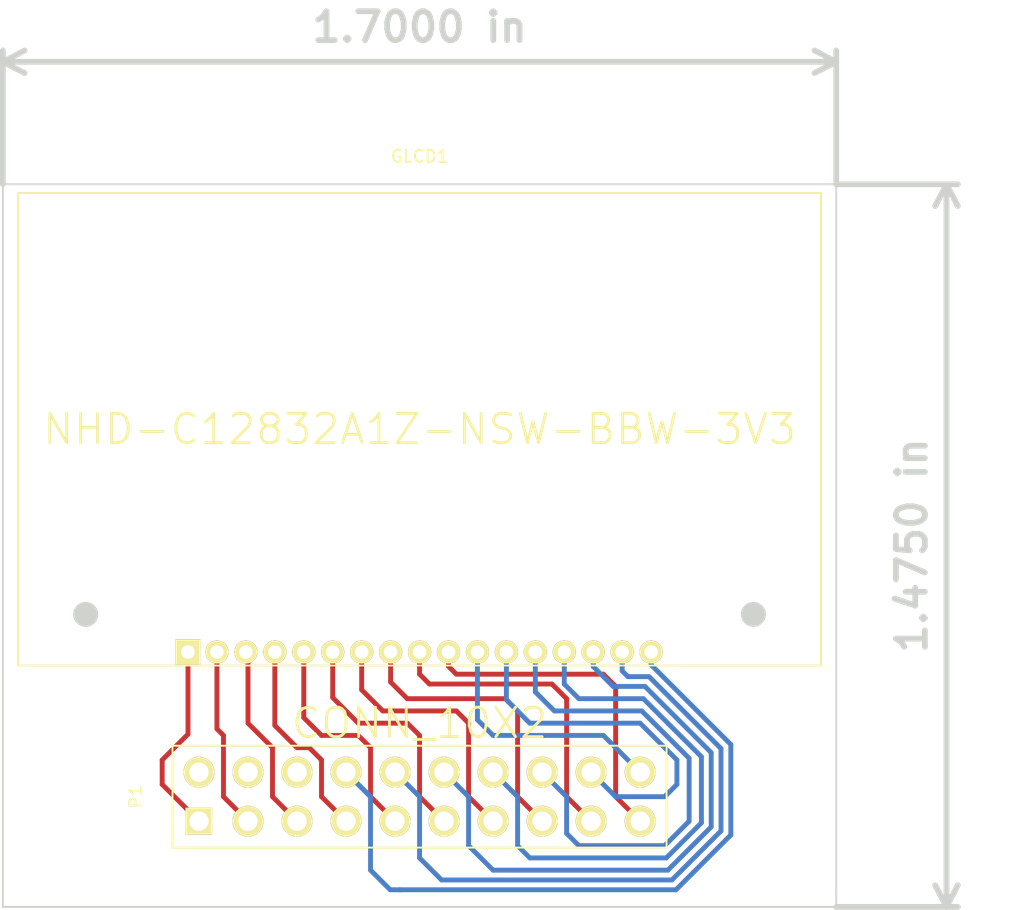
<source format=kicad_pcb>
(kicad_pcb (version 3) (host pcbnew "(2013-07-07 BZR 4022)-stable")

  (general
    (links 17)
    (no_connects 0)
    (area 0 0 0 0)
    (thickness 1.6)
    (drawings 7)
    (tracks 118)
    (zones 0)
    (modules 2)
    (nets 20)
  )

  (page A3)
  (layers
    (15 F.Cu signal)
    (0 B.Cu signal)
    (17 F.Adhes user)
    (19 F.Paste user)
    (21 F.SilkS user)
    (23 F.Mask user)
    (28 Edge.Cuts user)
  )

  (setup
    (last_trace_width 0.254)
    (trace_clearance 0.254)
    (zone_clearance 0.508)
    (zone_45_only no)
    (trace_min 0.254)
    (segment_width 0.2)
    (edge_width 0.1)
    (via_size 0.889)
    (via_drill 0.635)
    (via_min_size 0.889)
    (via_min_drill 0.508)
    (uvia_size 0.508)
    (uvia_drill 0.127)
    (uvias_allowed no)
    (uvia_min_size 0.508)
    (uvia_min_drill 0.127)
    (pcb_text_width 0.3)
    (pcb_text_size 1.5 1.5)
    (mod_edge_width 0.15)
    (mod_text_size 1 1)
    (mod_text_width 0.15)
    (pad_size 1.5 1.5)
    (pad_drill 0.6)
    (pad_to_mask_clearance 0)
    (aux_axis_origin 0 0)
    (visible_elements FFFFFFBF)
    (pcbplotparams
      (layerselection 3178497)
      (usegerberextensions true)
      (excludeedgelayer true)
      (linewidth 0.150000)
      (plotframeref false)
      (viasonmask false)
      (mode 1)
      (useauxorigin false)
      (hpglpennumber 1)
      (hpglpenspeed 20)
      (hpglpendiameter 15)
      (hpglpenoverlay 2)
      (psnegative false)
      (psa4output false)
      (plotreference true)
      (plotvalue true)
      (plotothertext true)
      (plotinvisibletext false)
      (padsonsilk false)
      (subtractmaskfromsilk false)
      (outputformat 1)
      (mirror false)
      (drillshape 1)
      (scaleselection 1)
      (outputdirectory ""))
  )

  (net 0 "")
  (net 1 N-000001)
  (net 2 N-0000010)
  (net 3 N-0000011)
  (net 4 N-0000012)
  (net 5 N-0000013)
  (net 6 N-0000014)
  (net 7 N-0000015)
  (net 8 N-0000017)
  (net 9 N-0000018)
  (net 10 N-0000019)
  (net 11 N-000002)
  (net 12 N-0000020)
  (net 13 N-000003)
  (net 14 N-000004)
  (net 15 N-000005)
  (net 16 N-000006)
  (net 17 N-000007)
  (net 18 N-000008)
  (net 19 N-000009)

  (net_class Default "This is the default net class."
    (clearance 0.254)
    (trace_width 0.254)
    (via_dia 0.889)
    (via_drill 0.635)
    (uvia_dia 0.508)
    (uvia_drill 0.127)
    (add_net "")
    (add_net N-000001)
    (add_net N-0000010)
    (add_net N-0000011)
    (add_net N-0000012)
    (add_net N-0000013)
    (add_net N-0000014)
    (add_net N-0000015)
    (add_net N-0000017)
    (add_net N-0000018)
    (add_net N-0000019)
    (add_net N-000002)
    (add_net N-0000020)
    (add_net N-000003)
    (add_net N-000004)
    (add_net N-000005)
    (add_net N-000006)
    (add_net N-000007)
    (add_net N-000008)
    (add_net N-000009)
  )

  (module NHD-C12832A1Z-NSW-BBW-3V3 (layer F.Cu) (tedit 54472562) (tstamp 54F8B433)
    (at 199.39 95.25)
    (descr GLCD)
    (path /54F8A940)
    (fp_text reference GLCD1 (at 0 -14.15) (layer F.SilkS)
      (effects (font (size 0.625 0.625) (thickness 0.1)))
    )
    (fp_text value NHD-C12832A1Z-NSW-BBW-3V3 (at 0 0) (layer F.SilkS)
      (effects (font (size 1.524 1.524) (thickness 0.15)))
    )
    (fp_line (start -20.7 12.15) (end 20.7 12.15) (layer Dwgs.User) (width 0.1))
    (fp_line (start 20.7 12.15) (end 20.7 -12.15) (layer Dwgs.User) (width 0.1))
    (fp_line (start 20.7 -12.15) (end -20.7 -12.15) (layer Dwgs.User) (width 0.1))
    (fp_line (start -20.7 -12.15) (end -20.7 12.15) (layer Dwgs.User) (width 0.1))
    (fp_line (start -20.8 12.25) (end 20.8 12.25) (layer F.SilkS) (width 0.1))
    (fp_line (start 20.8 12.25) (end 20.8 -12.25) (layer F.SilkS) (width 0.1))
    (fp_line (start 20.8 -12.25) (end -20.8 -12.25) (layer F.SilkS) (width 0.1))
    (fp_line (start -20.8 -12.25) (end -20.8 12.25) (layer F.SilkS) (width 0.1))
    (fp_circle (center -17.3 9.6) (end -16.840381 10.059619) (layer Edge.Cuts))
    (fp_circle (center 17.3 9.6) (end 17.759619 10.059619) (layer Edge.Cuts))
    (pad 1 thru_hole rect (at -12 11.55) (size 1.3 1.3) (drill 0.7)
      (layers *.Cu *.Mask F.SilkS)
      (net 12 N-0000020)
    )
    (pad 2 thru_hole circle (at -10.5 11.55) (size 1.2 1.2) (drill 0.7)
      (layers *.Cu *.Mask F.SilkS)
      (net 10 N-0000019)
    )
    (pad 3 thru_hole circle (at -9 11.55) (size 1.2 1.2) (drill 0.7)
      (layers *.Cu *.Mask F.SilkS)
      (net 9 N-0000018)
    )
    (pad 4 thru_hole circle (at -7.5 11.55) (size 1.2 1.2) (drill 0.7)
      (layers *.Cu *.Mask F.SilkS)
      (net 8 N-0000017)
    )
    (pad 5 thru_hole circle (at -6 11.55) (size 1.2 1.2) (drill 0.7)
      (layers *.Cu *.Mask F.SilkS)
      (net 18 N-000008)
    )
    (pad 6 thru_hole circle (at -4.5 11.55) (size 1.2 1.2) (drill 0.7)
      (layers *.Cu *.Mask F.SilkS)
      (net 17 N-000007)
    )
    (pad 7 thru_hole circle (at -3 11.55) (size 1.2 1.2) (drill 0.7)
      (layers *.Cu *.Mask F.SilkS)
      (net 16 N-000006)
    )
    (pad 8 thru_hole circle (at -1.5 11.55) (size 1.2 1.2) (drill 0.7)
      (layers *.Cu *.Mask F.SilkS)
      (net 15 N-000005)
    )
    (pad 9 thru_hole circle (at 0 11.55) (size 1.2 1.2) (drill 0.7)
      (layers *.Cu *.Mask F.SilkS)
      (net 19 N-000009)
    )
    (pad 10 thru_hole circle (at 1.5 11.55) (size 1.2 1.2) (drill 0.7)
      (layers *.Cu *.Mask F.SilkS)
      (net 14 N-000004)
    )
    (pad 11 thru_hole circle (at 3 11.55) (size 1.2 1.2) (drill 0.7)
      (layers *.Cu *.Mask F.SilkS)
      (net 13 N-000003)
    )
    (pad 12 thru_hole circle (at 4.5 11.55) (size 1.2 1.2) (drill 0.7)
      (layers *.Cu *.Mask F.SilkS)
      (net 11 N-000002)
    )
    (pad 13 thru_hole circle (at 6 11.55) (size 1.2 1.2) (drill 0.7)
      (layers *.Cu *.Mask F.SilkS)
      (net 1 N-000001)
    )
    (pad 14 thru_hole circle (at 7.5 11.55) (size 1.2 1.2) (drill 0.7)
      (layers *.Cu *.Mask F.SilkS)
      (net 7 N-0000015)
    )
    (pad 15 thru_hole circle (at 9 11.55) (size 1.2 1.2) (drill 0.7)
      (layers *.Cu *.Mask F.SilkS)
      (net 6 N-0000014)
    )
    (pad 16 thru_hole circle (at 10.5 11.55) (size 1.2 1.2) (drill 0.7)
      (layers *.Cu *.Mask F.SilkS)
      (net 5 N-0000013)
    )
    (pad 17 thru_hole circle (at 12 11.55) (size 1.2 1.2) (drill 0.7)
      (layers *.Cu *.Mask F.SilkS)
      (net 4 N-0000012)
    )
  )

  (module 2x10_Headers (layer F.Cu) (tedit 54F8B438) (tstamp 54F8B453)
    (at 199.39 114.3 90)
    (descr "2 column, 10 rows of 0.1 headers")
    (path /54F8A98D)
    (fp_text reference P1 (at 0 -14.7 90) (layer F.SilkS)
      (effects (font (size 0.625 0.625) (thickness 0.1)))
    )
    (fp_text value CONN_10X2 (at 3.81 0 180) (layer F.SilkS)
      (effects (font (size 1.524 1.524) (thickness 0.15)))
    )
    (fp_line (start -2.54 12.7) (end 2.54 12.7) (layer Dwgs.User) (width 0.1))
    (fp_line (start 2.54 12.7) (end 2.54 -12.7) (layer Dwgs.User) (width 0.1))
    (fp_line (start 2.54 -12.7) (end -2.54 -12.7) (layer Dwgs.User) (width 0.1))
    (fp_line (start -2.54 -12.7) (end -2.54 12.7) (layer Dwgs.User) (width 0.1))
    (fp_line (start -2.64 12.8) (end 2.64 12.8) (layer F.SilkS) (width 0.1))
    (fp_line (start 2.64 12.8) (end 2.64 -12.8) (layer F.SilkS) (width 0.1))
    (fp_line (start 2.64 -12.8) (end -2.64 -12.8) (layer F.SilkS) (width 0.1))
    (fp_line (start -2.64 -12.8) (end -2.64 12.8) (layer F.SilkS) (width 0.1))
    (pad 1 thru_hole rect (at -1.27 -11.43 90) (size 1.4 1.4) (drill 1)
      (layers *.Cu *.Mask F.SilkS)
      (net 12 N-0000020)
    )
    (pad 2 thru_hole circle (at -1.27 -8.89 90) (size 1.6 1.6) (drill 1)
      (layers *.Cu *.Mask F.SilkS)
      (net 10 N-0000019)
    )
    (pad 3 thru_hole circle (at -1.27 -6.35 90) (size 1.6 1.6) (drill 1)
      (layers *.Cu *.Mask F.SilkS)
      (net 9 N-0000018)
    )
    (pad 4 thru_hole circle (at -1.27 -3.81 90) (size 1.6 1.6) (drill 1)
      (layers *.Cu *.Mask F.SilkS)
      (net 8 N-0000017)
    )
    (pad 5 thru_hole circle (at -1.27 -1.27 90) (size 1.6 1.6) (drill 1)
      (layers *.Cu *.Mask F.SilkS)
      (net 18 N-000008)
    )
    (pad 6 thru_hole circle (at -1.27 1.27 90) (size 1.6 1.6) (drill 1)
      (layers *.Cu *.Mask F.SilkS)
      (net 17 N-000007)
    )
    (pad 7 thru_hole circle (at -1.27 3.81 90) (size 1.6 1.6) (drill 1)
      (layers *.Cu *.Mask F.SilkS)
      (net 16 N-000006)
    )
    (pad 8 thru_hole circle (at -1.27 6.35 90) (size 1.6 1.6) (drill 1)
      (layers *.Cu *.Mask F.SilkS)
      (net 15 N-000005)
    )
    (pad 9 thru_hole circle (at -1.27 8.89 90) (size 1.6 1.6) (drill 1)
      (layers *.Cu *.Mask F.SilkS)
      (net 19 N-000009)
    )
    (pad 10 thru_hole circle (at -1.27 11.43 90) (size 1.6 1.6) (drill 1)
      (layers *.Cu *.Mask F.SilkS)
      (net 14 N-000004)
    )
    (pad 11 thru_hole circle (at 1.27 11.43 90) (size 1.6 1.6) (drill 1)
      (layers *.Cu *.Mask F.SilkS)
      (net 13 N-000003)
    )
    (pad 12 thru_hole circle (at 1.27 8.89 90) (size 1.6 1.6) (drill 1)
      (layers *.Cu *.Mask F.SilkS)
      (net 11 N-000002)
    )
    (pad 13 thru_hole circle (at 1.27 6.35 90) (size 1.6 1.6) (drill 1)
      (layers *.Cu *.Mask F.SilkS)
      (net 1 N-000001)
    )
    (pad 14 thru_hole circle (at 1.27 3.81 90) (size 1.6 1.6) (drill 1)
      (layers *.Cu *.Mask F.SilkS)
      (net 7 N-0000015)
    )
    (pad 15 thru_hole circle (at 1.27 1.27 90) (size 1.6 1.6) (drill 1)
      (layers *.Cu *.Mask F.SilkS)
      (net 6 N-0000014)
    )
    (pad 16 thru_hole circle (at 1.27 -1.27 90) (size 1.6 1.6) (drill 1)
      (layers *.Cu *.Mask F.SilkS)
      (net 5 N-0000013)
    )
    (pad 17 thru_hole circle (at 1.27 -3.81 90) (size 1.6 1.6) (drill 1)
      (layers *.Cu *.Mask F.SilkS)
      (net 4 N-0000012)
    )
    (pad 18 thru_hole circle (at 1.27 -6.35 90) (size 1.6 1.6) (drill 1)
      (layers *.Cu *.Mask F.SilkS)
      (net 3 N-0000011)
    )
    (pad 19 thru_hole circle (at 1.27 -8.89 90) (size 1.6 1.6) (drill 1)
      (layers *.Cu *.Mask F.SilkS)
      (net 2 N-0000010)
    )
    (pad 20 thru_hole circle (at 1.27 -11.43 90) (size 1.6 1.6) (drill 1)
      (layers *.Cu *.Mask F.SilkS)
    )
  )

  (dimension 43.18 (width 0.3) (layer Edge.Cuts)
    (gr_text "43.180 mm" (at 199.39 74.85) (layer Edge.Cuts)
      (effects (font (size 1.5 1.5) (thickness 0.3)))
    )
    (feature1 (pts (xy 177.8 82.55) (xy 177.8 73.5)))
    (feature2 (pts (xy 220.98 82.55) (xy 220.98 73.5)))
    (crossbar (pts (xy 220.98 76.2) (xy 177.8 76.2)))
    (arrow1a (pts (xy 177.8 76.2) (xy 178.926503 75.61358)))
    (arrow1b (pts (xy 177.8 76.2) (xy 178.926503 76.78642)))
    (arrow2a (pts (xy 220.98 76.2) (xy 219.853497 75.61358)))
    (arrow2b (pts (xy 220.98 76.2) (xy 219.853497 76.78642)))
  )
  (dimension 37.465 (width 0.3) (layer Edge.Cuts)
    (gr_text "37.465 mm" (at 228.045 101.2825 90) (layer Edge.Cuts)
      (effects (font (size 1.5 1.5) (thickness 0.3)))
    )
    (feature1 (pts (xy 220.98 82.55) (xy 229.395 82.55)))
    (feature2 (pts (xy 220.98 120.015) (xy 229.395 120.015)))
    (crossbar (pts (xy 226.695 120.015) (xy 226.695 82.55)))
    (arrow1a (pts (xy 226.695 82.55) (xy 227.28142 83.676503)))
    (arrow1b (pts (xy 226.695 82.55) (xy 226.10858 83.676503)))
    (arrow2a (pts (xy 226.695 120.015) (xy 227.28142 118.888497)))
    (arrow2b (pts (xy 226.695 120.015) (xy 226.10858 118.888497)))
  )
  (gr_line (start 220.98 120.015) (end 220.98 119.38) (angle 90) (layer Edge.Cuts) (width 0.1))
  (gr_line (start 177.8 120.015) (end 220.98 120.015) (angle 90) (layer Edge.Cuts) (width 0.1))
  (gr_line (start 177.8 82.55) (end 177.8 120.015) (angle 90) (layer Edge.Cuts) (width 0.1))
  (gr_line (start 220.98 82.55) (end 177.8 82.55) (angle 90) (layer Edge.Cuts) (width 0.1))
  (gr_line (start 220.98 119.38) (end 220.98 82.55) (angle 90) (layer Edge.Cuts) (width 0.1))

  (segment (start 205.39 106.8) (end 205.39 108.87) (width 0.254) (layer B.Cu) (net 1))
  (segment (start 207.01 114.3) (end 205.74 113.03) (width 0.254) (layer B.Cu) (net 1) (tstamp 54F8B506))
  (segment (start 207.01 116.205) (end 207.01 114.3) (width 0.254) (layer B.Cu) (net 1) (tstamp 54F8B505))
  (segment (start 207.645 116.84) (end 207.01 116.205) (width 0.254) (layer B.Cu) (net 1) (tstamp 54F8B504))
  (segment (start 212.09 116.84) (end 207.645 116.84) (width 0.254) (layer B.Cu) (net 1) (tstamp 54F8B502))
  (segment (start 213.36 115.57) (end 212.09 116.84) (width 0.254) (layer B.Cu) (net 1) (tstamp 54F8B500))
  (segment (start 213.36 112.311576) (end 213.36 115.57) (width 0.254) (layer B.Cu) (net 1) (tstamp 54F8B4FE))
  (segment (start 210.903424 109.855) (end 213.36 112.311576) (width 0.254) (layer B.Cu) (net 1) (tstamp 54F8B4FC))
  (segment (start 206.375 109.855) (end 210.903424 109.855) (width 0.254) (layer B.Cu) (net 1) (tstamp 54F8B4FB))
  (segment (start 205.39 108.87) (end 206.375 109.855) (width 0.254) (layer B.Cu) (net 1) (tstamp 54F8B4FA))
  (segment (start 198.374 119.126) (end 197.866 119.126) (width 0.254) (layer B.Cu) (net 4))
  (segment (start 196.85 118.11) (end 196.85 114.3) (width 0.254) (layer B.Cu) (net 4) (tstamp 54F8B54E))
  (segment (start 197.866 119.126) (end 196.85 118.11) (width 0.254) (layer B.Cu) (net 4) (tstamp 54F8B54D))
  (segment (start 196.85 114.3) (end 195.58 113.03) (width 0.254) (layer B.Cu) (net 4) (tstamp 54F8B550))
  (segment (start 211.39 106.8) (end 211.39 107.46788) (width 0.254) (layer B.Cu) (net 4))
  (segment (start 196.85 114.3) (end 195.58 113.03) (width 0.254) (layer B.Cu) (net 4) (tstamp 54F8B547))
  (segment (start 198.374004 119.126004) (end 198.374 119.126) (width 0.254) (layer B.Cu) (net 4) (tstamp 54F8B543))
  (segment (start 212.677692 119.126004) (end 198.374004 119.126004) (width 0.254) (layer B.Cu) (net 4) (tstamp 54F8B541))
  (segment (start 215.519006 116.28469) (end 212.677692 119.126004) (width 0.254) (layer B.Cu) (net 4) (tstamp 54F8B53F))
  (segment (start 215.519006 111.596886) (end 215.519006 116.28469) (width 0.254) (layer B.Cu) (net 4) (tstamp 54F8B53D))
  (segment (start 211.39 107.46788) (end 215.519006 111.596886) (width 0.254) (layer B.Cu) (net 4) (tstamp 54F8B53C))
  (segment (start 209.89 106.8) (end 209.89 107.781998) (width 0.254) (layer B.Cu) (net 5))
  (segment (start 199.39 114.3) (end 198.12 113.03) (width 0.254) (layer B.Cu) (net 5) (tstamp 54F8B538))
  (segment (start 199.39 117.475) (end 199.39 114.3) (width 0.254) (layer B.Cu) (net 5) (tstamp 54F8B536))
  (segment (start 200.533002 118.618002) (end 199.39 117.475) (width 0.254) (layer B.Cu) (net 5) (tstamp 54F8B534))
  (segment (start 212.46727 118.618002) (end 200.533002 118.618002) (width 0.254) (layer B.Cu) (net 5) (tstamp 54F8B532))
  (segment (start 215.011004 116.074268) (end 212.46727 118.618002) (width 0.254) (layer B.Cu) (net 5) (tstamp 54F8B530))
  (segment (start 215.011004 111.807308) (end 215.011004 116.074268) (width 0.254) (layer B.Cu) (net 5) (tstamp 54F8B52E))
  (segment (start 211.280694 108.076998) (end 215.011004 111.807308) (width 0.254) (layer B.Cu) (net 5) (tstamp 54F8B52D))
  (segment (start 210.185 108.076998) (end 211.280694 108.076998) (width 0.254) (layer B.Cu) (net 5) (tstamp 54F8B52C))
  (segment (start 209.89 107.781998) (end 210.185 108.076998) (width 0.254) (layer B.Cu) (net 5) (tstamp 54F8B52B))
  (segment (start 208.39 106.8) (end 208.39 107.551998) (width 0.254) (layer B.Cu) (net 6))
  (segment (start 201.93 114.3) (end 200.66 113.03) (width 0.254) (layer B.Cu) (net 6) (tstamp 54F8B527))
  (segment (start 201.93 116.84) (end 201.93 114.3) (width 0.254) (layer B.Cu) (net 6) (tstamp 54F8B525))
  (segment (start 203.2 118.11) (end 201.93 116.84) (width 0.254) (layer B.Cu) (net 6) (tstamp 54F8B523))
  (segment (start 212.256848 118.11) (end 203.2 118.11) (width 0.254) (layer B.Cu) (net 6) (tstamp 54F8B521))
  (segment (start 214.503002 115.863846) (end 212.256848 118.11) (width 0.254) (layer B.Cu) (net 6) (tstamp 54F8B520))
  (segment (start 214.503002 112.01773) (end 214.503002 115.863846) (width 0.254) (layer B.Cu) (net 6) (tstamp 54F8B51F))
  (segment (start 211.070272 108.585) (end 214.503002 112.01773) (width 0.254) (layer B.Cu) (net 6) (tstamp 54F8B51D))
  (segment (start 209.423002 108.585) (end 211.070272 108.585) (width 0.254) (layer B.Cu) (net 6) (tstamp 54F8B51B))
  (segment (start 208.39 107.551998) (end 209.423002 108.585) (width 0.254) (layer B.Cu) (net 6) (tstamp 54F8B51A))
  (segment (start 206.89 106.8) (end 206.89 108.465) (width 0.254) (layer B.Cu) (net 7))
  (segment (start 204.47 114.3) (end 203.2 113.03) (width 0.254) (layer B.Cu) (net 7) (tstamp 54F8B516))
  (segment (start 204.47 116.84) (end 204.47 114.3) (width 0.254) (layer B.Cu) (net 7) (tstamp 54F8B515))
  (segment (start 205.105 117.475) (end 204.47 116.84) (width 0.254) (layer B.Cu) (net 7) (tstamp 54F8B514))
  (segment (start 212.173424 117.475) (end 205.105 117.475) (width 0.254) (layer B.Cu) (net 7) (tstamp 54F8B512))
  (segment (start 213.995 115.653424) (end 212.173424 117.475) (width 0.254) (layer B.Cu) (net 7) (tstamp 54F8B510))
  (segment (start 213.995 112.228152) (end 213.995 115.653424) (width 0.254) (layer B.Cu) (net 7) (tstamp 54F8B50E))
  (segment (start 210.986848 109.22) (end 213.995 112.228152) (width 0.254) (layer B.Cu) (net 7) (tstamp 54F8B50C))
  (segment (start 207.645 109.22) (end 210.986848 109.22) (width 0.254) (layer B.Cu) (net 7) (tstamp 54F8B50B))
  (segment (start 206.89 108.465) (end 207.645 109.22) (width 0.254) (layer B.Cu) (net 7) (tstamp 54F8B50A))
  (segment (start 191.89 106.8) (end 191.89 110.61) (width 0.254) (layer F.Cu) (net 8))
  (segment (start 194.31 114.3) (end 195.58 115.57) (width 0.254) (layer F.Cu) (net 8) (tstamp 54F8B59E))
  (segment (start 194.31 112.395) (end 194.31 114.3) (width 0.254) (layer F.Cu) (net 8) (tstamp 54F8B59D))
  (segment (start 193.675 111.76) (end 194.31 112.395) (width 0.254) (layer F.Cu) (net 8) (tstamp 54F8B59C))
  (segment (start 193.04 111.76) (end 193.675 111.76) (width 0.254) (layer F.Cu) (net 8) (tstamp 54F8B59B))
  (segment (start 191.89 110.61) (end 193.04 111.76) (width 0.254) (layer F.Cu) (net 8) (tstamp 54F8B599))
  (segment (start 190.39 106.8) (end 190.5 106.91) (width 0.254) (layer F.Cu) (net 9))
  (segment (start 191.77 114.3) (end 193.04 115.57) (width 0.254) (layer F.Cu) (net 9) (tstamp 54F8B5AA))
  (segment (start 191.77 111.76) (end 191.77 114.3) (width 0.254) (layer F.Cu) (net 9) (tstamp 54F8B5A8))
  (segment (start 190.5 110.49) (end 191.77 111.76) (width 0.254) (layer F.Cu) (net 9) (tstamp 54F8B5A6))
  (segment (start 190.5 106.91) (end 190.5 110.49) (width 0.254) (layer F.Cu) (net 9) (tstamp 54F8B5A5))
  (segment (start 188.89 106.8) (end 188.89 110.785) (width 0.254) (layer F.Cu) (net 10))
  (segment (start 189.23 114.3) (end 190.5 115.57) (width 0.254) (layer F.Cu) (net 10) (tstamp 54F8B5B0))
  (segment (start 189.23 111.125) (end 189.23 114.3) (width 0.254) (layer F.Cu) (net 10) (tstamp 54F8B5AF))
  (segment (start 188.89 110.785) (end 189.23 111.125) (width 0.254) (layer F.Cu) (net 10) (tstamp 54F8B5AE))
  (segment (start 203.89 106.8) (end 203.89 109.275) (width 0.254) (layer B.Cu) (net 11))
  (segment (start 209.55 114.3) (end 208.28 113.03) (width 0.254) (layer B.Cu) (net 11) (tstamp 54F8B4F6))
  (segment (start 212.09 114.3) (end 209.55 114.3) (width 0.254) (layer B.Cu) (net 11) (tstamp 54F8B4F5))
  (segment (start 212.725 113.665) (end 212.09 114.3) (width 0.254) (layer B.Cu) (net 11) (tstamp 54F8B4F4))
  (segment (start 212.725 112.395) (end 212.725 113.665) (width 0.254) (layer B.Cu) (net 11) (tstamp 54F8B4F2))
  (segment (start 210.82 110.49) (end 212.725 112.395) (width 0.254) (layer B.Cu) (net 11) (tstamp 54F8B4F0))
  (segment (start 205.105 110.49) (end 210.82 110.49) (width 0.254) (layer B.Cu) (net 11) (tstamp 54F8B4EE))
  (segment (start 203.89 109.275) (end 205.105 110.49) (width 0.254) (layer B.Cu) (net 11) (tstamp 54F8B4EC))
  (segment (start 187.39 106.8) (end 187.39 111.06) (width 0.254) (layer F.Cu) (net 12))
  (segment (start 186.055 113.665) (end 187.96 115.57) (width 0.254) (layer F.Cu) (net 12) (tstamp 54F8B5B6))
  (segment (start 186.055 112.395) (end 186.055 113.665) (width 0.254) (layer F.Cu) (net 12) (tstamp 54F8B5B5))
  (segment (start 187.39 111.06) (end 186.055 112.395) (width 0.254) (layer F.Cu) (net 12) (tstamp 54F8B5B4))
  (segment (start 202.39 106.8) (end 202.39 110.315) (width 0.254) (layer B.Cu) (net 13))
  (segment (start 208.915 111.125) (end 210.82 113.03) (width 0.254) (layer B.Cu) (net 13) (tstamp 54F8B4E8))
  (segment (start 203.2 111.125) (end 208.915 111.125) (width 0.254) (layer B.Cu) (net 13) (tstamp 54F8B4E7))
  (segment (start 202.39 110.315) (end 203.2 111.125) (width 0.254) (layer B.Cu) (net 13) (tstamp 54F8B4E6))
  (segment (start 200.89 106.8) (end 200.89 107.545) (width 0.254) (layer F.Cu) (net 14))
  (segment (start 209.55 114.3) (end 210.82 115.57) (width 0.254) (layer F.Cu) (net 14) (tstamp 54F8B55D))
  (segment (start 209.55 108.585) (end 209.55 114.3) (width 0.254) (layer F.Cu) (net 14) (tstamp 54F8B55C))
  (segment (start 208.915 107.95) (end 209.55 108.585) (width 0.254) (layer F.Cu) (net 14) (tstamp 54F8B55B))
  (segment (start 201.295 107.95) (end 208.915 107.95) (width 0.254) (layer F.Cu) (net 14) (tstamp 54F8B55A))
  (segment (start 200.89 107.545) (end 201.295 107.95) (width 0.254) (layer F.Cu) (net 14) (tstamp 54F8B559))
  (segment (start 197.89 106.8) (end 197.89 108.355) (width 0.254) (layer F.Cu) (net 15))
  (segment (start 204.47 114.3) (end 205.74 115.57) (width 0.254) (layer F.Cu) (net 15) (tstamp 54F8B56D))
  (segment (start 204.47 109.855) (end 204.47 114.3) (width 0.254) (layer F.Cu) (net 15) (tstamp 54F8B56C))
  (segment (start 203.835 109.22) (end 204.47 109.855) (width 0.254) (layer F.Cu) (net 15) (tstamp 54F8B56B))
  (segment (start 198.755 109.22) (end 203.835 109.22) (width 0.254) (layer F.Cu) (net 15) (tstamp 54F8B56A))
  (segment (start 197.89 108.355) (end 198.755 109.22) (width 0.254) (layer F.Cu) (net 15) (tstamp 54F8B569))
  (segment (start 196.39 106.8) (end 196.39 108.76) (width 0.254) (layer F.Cu) (net 16))
  (segment (start 201.93 114.3) (end 203.2 115.57) (width 0.254) (layer F.Cu) (net 16) (tstamp 54F8B577))
  (segment (start 201.93 110.49) (end 201.93 114.3) (width 0.254) (layer F.Cu) (net 16) (tstamp 54F8B576))
  (segment (start 201.295 109.855) (end 201.93 110.49) (width 0.254) (layer F.Cu) (net 16) (tstamp 54F8B575))
  (segment (start 197.485 109.855) (end 201.295 109.855) (width 0.254) (layer F.Cu) (net 16) (tstamp 54F8B573))
  (segment (start 196.39 108.76) (end 197.485 109.855) (width 0.254) (layer F.Cu) (net 16) (tstamp 54F8B571))
  (segment (start 194.89 106.8) (end 194.89 109.165) (width 0.254) (layer F.Cu) (net 17))
  (segment (start 199.39 114.3) (end 200.66 115.57) (width 0.254) (layer F.Cu) (net 17) (tstamp 54F8B58D))
  (segment (start 199.39 111.125) (end 199.39 114.3) (width 0.254) (layer F.Cu) (net 17) (tstamp 54F8B58C))
  (segment (start 198.755 110.49) (end 199.39 111.125) (width 0.254) (layer F.Cu) (net 17) (tstamp 54F8B58B))
  (segment (start 196.215 110.49) (end 198.755 110.49) (width 0.254) (layer F.Cu) (net 17) (tstamp 54F8B58A))
  (segment (start 194.89 109.165) (end 196.215 110.49) (width 0.254) (layer F.Cu) (net 17) (tstamp 54F8B589))
  (segment (start 193.39 106.8) (end 193.39 110.205) (width 0.254) (layer F.Cu) (net 18))
  (segment (start 196.85 114.3) (end 198.12 115.57) (width 0.254) (layer F.Cu) (net 18) (tstamp 54F8B595))
  (segment (start 196.85 111.76) (end 196.85 114.3) (width 0.254) (layer F.Cu) (net 18) (tstamp 54F8B594))
  (segment (start 196.215 111.125) (end 196.85 111.76) (width 0.254) (layer F.Cu) (net 18) (tstamp 54F8B593))
  (segment (start 194.31 111.125) (end 196.215 111.125) (width 0.254) (layer F.Cu) (net 18) (tstamp 54F8B592))
  (segment (start 193.39 110.205) (end 194.31 111.125) (width 0.254) (layer F.Cu) (net 18) (tstamp 54F8B591))
  (segment (start 199.39 106.8) (end 199.39 107.95) (width 0.254) (layer F.Cu) (net 19))
  (segment (start 207.01 114.3) (end 208.28 115.57) (width 0.254) (layer F.Cu) (net 19) (tstamp 54F8B565))
  (segment (start 207.01 109.22) (end 207.01 114.3) (width 0.254) (layer F.Cu) (net 19) (tstamp 54F8B564))
  (segment (start 206.248002 108.458002) (end 207.01 109.22) (width 0.254) (layer F.Cu) (net 19) (tstamp 54F8B563))
  (segment (start 199.898002 108.458002) (end 206.248002 108.458002) (width 0.254) (layer F.Cu) (net 19) (tstamp 54F8B562))
  (segment (start 199.39 107.95) (end 199.898002 108.458002) (width 0.254) (layer F.Cu) (net 19) (tstamp 54F8B561))

)

</source>
